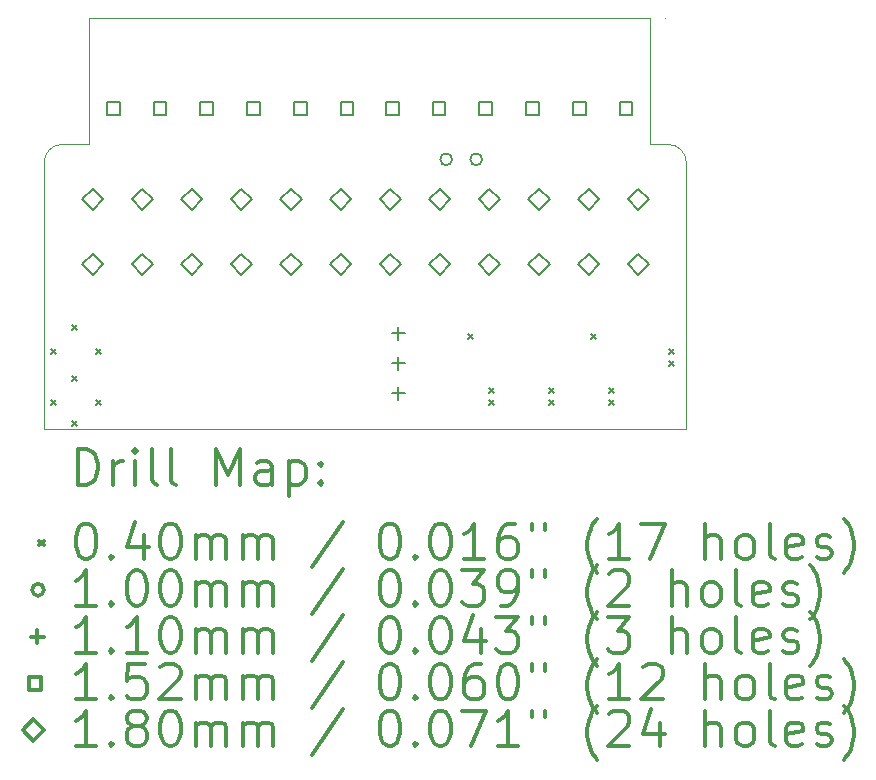
<source format=gbr>
%FSLAX45Y45*%
G04 Gerber Fmt 4.5, Leading zero omitted, Abs format (unit mm)*
G04 Created by KiCad (PCBNEW (5.1.6)-1) date 2022-02-22 09:41:35*
%MOMM*%
%LPD*%
G01*
G04 APERTURE LIST*
%TA.AperFunction,Profile*%
%ADD10C,0.050000*%
%TD*%
%ADD11C,0.200000*%
%ADD12C,0.300000*%
G04 APERTURE END LIST*
D10*
X12166600Y-9906000D02*
G75*
G02*
X12319000Y-9753600I152400J0D01*
G01*
X17449800Y-9753600D02*
G75*
G02*
X17602200Y-9906000I0J-152400D01*
G01*
X12547600Y-9753600D02*
X12319000Y-9753600D01*
X12547600Y-9753600D02*
X12547600Y-8686800D01*
X17297400Y-9753600D02*
X17297400Y-8686800D01*
X17449800Y-9753600D02*
X17297400Y-9753600D01*
X12166600Y-12166600D02*
X12166600Y-9906000D01*
X17424400Y-8686800D02*
X17424400Y-8686800D01*
X17602200Y-12166600D02*
X17602200Y-9906000D01*
X12166600Y-12166600D02*
X17602200Y-12166600D01*
X12547600Y-8686800D02*
X17297400Y-8686800D01*
D11*
X12222800Y-11486200D02*
X12262800Y-11526200D01*
X12262800Y-11486200D02*
X12222800Y-11526200D01*
X12222800Y-11918000D02*
X12262800Y-11958000D01*
X12262800Y-11918000D02*
X12222800Y-11958000D01*
X12400600Y-11283000D02*
X12440600Y-11323000D01*
X12440600Y-11283000D02*
X12400600Y-11323000D01*
X12400600Y-11714800D02*
X12440600Y-11754800D01*
X12440600Y-11714800D02*
X12400600Y-11754800D01*
X12400600Y-12095800D02*
X12440600Y-12135800D01*
X12440600Y-12095800D02*
X12400600Y-12135800D01*
X12603800Y-11486200D02*
X12643800Y-11526200D01*
X12643800Y-11486200D02*
X12603800Y-11526200D01*
X12603800Y-11918000D02*
X12643800Y-11958000D01*
X12643800Y-11918000D02*
X12603800Y-11958000D01*
X15753400Y-11359200D02*
X15793400Y-11399200D01*
X15793400Y-11359200D02*
X15753400Y-11399200D01*
X15931200Y-11816400D02*
X15971200Y-11856400D01*
X15971200Y-11816400D02*
X15931200Y-11856400D01*
X15931200Y-11918000D02*
X15971200Y-11958000D01*
X15971200Y-11918000D02*
X15931200Y-11958000D01*
X16439200Y-11816400D02*
X16479200Y-11856400D01*
X16479200Y-11816400D02*
X16439200Y-11856400D01*
X16439200Y-11918000D02*
X16479200Y-11958000D01*
X16479200Y-11918000D02*
X16439200Y-11958000D01*
X16794800Y-11359200D02*
X16834800Y-11399200D01*
X16834800Y-11359200D02*
X16794800Y-11399200D01*
X16947200Y-11816400D02*
X16987200Y-11856400D01*
X16987200Y-11816400D02*
X16947200Y-11856400D01*
X16947200Y-11918000D02*
X16987200Y-11958000D01*
X16987200Y-11918000D02*
X16947200Y-11958000D01*
X17455200Y-11486200D02*
X17495200Y-11526200D01*
X17495200Y-11486200D02*
X17455200Y-11526200D01*
X17455200Y-11587800D02*
X17495200Y-11627800D01*
X17495200Y-11587800D02*
X17455200Y-11627800D01*
X15620200Y-9880600D02*
G75*
G03*
X15620200Y-9880600I-50000J0D01*
G01*
X15874200Y-9880600D02*
G75*
G03*
X15874200Y-9880600I-50000J0D01*
G01*
X15163800Y-11298800D02*
X15163800Y-11408800D01*
X15108800Y-11353800D02*
X15218800Y-11353800D01*
X15163800Y-11552800D02*
X15163800Y-11662800D01*
X15108800Y-11607800D02*
X15218800Y-11607800D01*
X15163800Y-11806800D02*
X15163800Y-11916800D01*
X15108800Y-11861800D02*
X15218800Y-11861800D01*
X15166741Y-9502541D02*
X15166741Y-9395059D01*
X15059259Y-9395059D01*
X15059259Y-9502541D01*
X15166741Y-9502541D01*
X15562741Y-9502541D02*
X15562741Y-9395059D01*
X15455259Y-9395059D01*
X15455259Y-9502541D01*
X15562741Y-9502541D01*
X15958741Y-9502541D02*
X15958741Y-9395059D01*
X15851259Y-9395059D01*
X15851259Y-9502541D01*
X15958741Y-9502541D01*
X16354741Y-9502541D02*
X16354741Y-9395059D01*
X16247259Y-9395059D01*
X16247259Y-9502541D01*
X16354741Y-9502541D01*
X16750741Y-9502541D02*
X16750741Y-9395059D01*
X16643259Y-9395059D01*
X16643259Y-9502541D01*
X16750741Y-9502541D01*
X17146741Y-9502541D02*
X17146741Y-9395059D01*
X17039259Y-9395059D01*
X17039259Y-9502541D01*
X17146741Y-9502541D01*
X12804541Y-9502541D02*
X12804541Y-9395059D01*
X12697059Y-9395059D01*
X12697059Y-9502541D01*
X12804541Y-9502541D01*
X13200541Y-9502541D02*
X13200541Y-9395059D01*
X13093059Y-9395059D01*
X13093059Y-9502541D01*
X13200541Y-9502541D01*
X13596541Y-9502541D02*
X13596541Y-9395059D01*
X13489059Y-9395059D01*
X13489059Y-9502541D01*
X13596541Y-9502541D01*
X13992541Y-9502541D02*
X13992541Y-9395059D01*
X13885059Y-9395059D01*
X13885059Y-9502541D01*
X13992541Y-9502541D01*
X14388541Y-9502541D02*
X14388541Y-9395059D01*
X14281059Y-9395059D01*
X14281059Y-9502541D01*
X14388541Y-9502541D01*
X14784541Y-9502541D02*
X14784541Y-9395059D01*
X14677059Y-9395059D01*
X14677059Y-9502541D01*
X14784541Y-9502541D01*
X12575800Y-10309600D02*
X12665800Y-10219600D01*
X12575800Y-10129600D01*
X12485800Y-10219600D01*
X12575800Y-10309600D01*
X12575800Y-10859600D02*
X12665800Y-10769600D01*
X12575800Y-10679600D01*
X12485800Y-10769600D01*
X12575800Y-10859600D01*
X12995800Y-10309600D02*
X13085800Y-10219600D01*
X12995800Y-10129600D01*
X12905800Y-10219600D01*
X12995800Y-10309600D01*
X12995800Y-10859600D02*
X13085800Y-10769600D01*
X12995800Y-10679600D01*
X12905800Y-10769600D01*
X12995800Y-10859600D01*
X13415800Y-10309600D02*
X13505800Y-10219600D01*
X13415800Y-10129600D01*
X13325800Y-10219600D01*
X13415800Y-10309600D01*
X13415800Y-10859600D02*
X13505800Y-10769600D01*
X13415800Y-10679600D01*
X13325800Y-10769600D01*
X13415800Y-10859600D01*
X13835800Y-10309600D02*
X13925800Y-10219600D01*
X13835800Y-10129600D01*
X13745800Y-10219600D01*
X13835800Y-10309600D01*
X13835800Y-10859600D02*
X13925800Y-10769600D01*
X13835800Y-10679600D01*
X13745800Y-10769600D01*
X13835800Y-10859600D01*
X14255800Y-10309600D02*
X14345800Y-10219600D01*
X14255800Y-10129600D01*
X14165800Y-10219600D01*
X14255800Y-10309600D01*
X14255800Y-10859600D02*
X14345800Y-10769600D01*
X14255800Y-10679600D01*
X14165800Y-10769600D01*
X14255800Y-10859600D01*
X14675800Y-10309600D02*
X14765800Y-10219600D01*
X14675800Y-10129600D01*
X14585800Y-10219600D01*
X14675800Y-10309600D01*
X14675800Y-10859600D02*
X14765800Y-10769600D01*
X14675800Y-10679600D01*
X14585800Y-10769600D01*
X14675800Y-10859600D01*
X15095800Y-10309600D02*
X15185800Y-10219600D01*
X15095800Y-10129600D01*
X15005800Y-10219600D01*
X15095800Y-10309600D01*
X15095800Y-10859600D02*
X15185800Y-10769600D01*
X15095800Y-10679600D01*
X15005800Y-10769600D01*
X15095800Y-10859600D01*
X15515800Y-10309600D02*
X15605800Y-10219600D01*
X15515800Y-10129600D01*
X15425800Y-10219600D01*
X15515800Y-10309600D01*
X15515800Y-10859600D02*
X15605800Y-10769600D01*
X15515800Y-10679600D01*
X15425800Y-10769600D01*
X15515800Y-10859600D01*
X15935800Y-10309600D02*
X16025800Y-10219600D01*
X15935800Y-10129600D01*
X15845800Y-10219600D01*
X15935800Y-10309600D01*
X15935800Y-10859600D02*
X16025800Y-10769600D01*
X15935800Y-10679600D01*
X15845800Y-10769600D01*
X15935800Y-10859600D01*
X16355800Y-10309600D02*
X16445800Y-10219600D01*
X16355800Y-10129600D01*
X16265800Y-10219600D01*
X16355800Y-10309600D01*
X16355800Y-10859600D02*
X16445800Y-10769600D01*
X16355800Y-10679600D01*
X16265800Y-10769600D01*
X16355800Y-10859600D01*
X16775800Y-10309600D02*
X16865800Y-10219600D01*
X16775800Y-10129600D01*
X16685800Y-10219600D01*
X16775800Y-10309600D01*
X16775800Y-10859600D02*
X16865800Y-10769600D01*
X16775800Y-10679600D01*
X16685800Y-10769600D01*
X16775800Y-10859600D01*
X17195800Y-10309600D02*
X17285800Y-10219600D01*
X17195800Y-10129600D01*
X17105800Y-10219600D01*
X17195800Y-10309600D01*
X17195800Y-10859600D02*
X17285800Y-10769600D01*
X17195800Y-10679600D01*
X17105800Y-10769600D01*
X17195800Y-10859600D01*
D12*
X12450528Y-12634814D02*
X12450528Y-12334814D01*
X12521957Y-12334814D01*
X12564814Y-12349100D01*
X12593386Y-12377671D01*
X12607671Y-12406243D01*
X12621957Y-12463386D01*
X12621957Y-12506243D01*
X12607671Y-12563386D01*
X12593386Y-12591957D01*
X12564814Y-12620529D01*
X12521957Y-12634814D01*
X12450528Y-12634814D01*
X12750528Y-12634814D02*
X12750528Y-12434814D01*
X12750528Y-12491957D02*
X12764814Y-12463386D01*
X12779100Y-12449100D01*
X12807671Y-12434814D01*
X12836243Y-12434814D01*
X12936243Y-12634814D02*
X12936243Y-12434814D01*
X12936243Y-12334814D02*
X12921957Y-12349100D01*
X12936243Y-12363386D01*
X12950528Y-12349100D01*
X12936243Y-12334814D01*
X12936243Y-12363386D01*
X13121957Y-12634814D02*
X13093386Y-12620529D01*
X13079100Y-12591957D01*
X13079100Y-12334814D01*
X13279100Y-12634814D02*
X13250528Y-12620529D01*
X13236243Y-12591957D01*
X13236243Y-12334814D01*
X13621957Y-12634814D02*
X13621957Y-12334814D01*
X13721957Y-12549100D01*
X13821957Y-12334814D01*
X13821957Y-12634814D01*
X14093386Y-12634814D02*
X14093386Y-12477671D01*
X14079100Y-12449100D01*
X14050528Y-12434814D01*
X13993386Y-12434814D01*
X13964814Y-12449100D01*
X14093386Y-12620529D02*
X14064814Y-12634814D01*
X13993386Y-12634814D01*
X13964814Y-12620529D01*
X13950528Y-12591957D01*
X13950528Y-12563386D01*
X13964814Y-12534814D01*
X13993386Y-12520529D01*
X14064814Y-12520529D01*
X14093386Y-12506243D01*
X14236243Y-12434814D02*
X14236243Y-12734814D01*
X14236243Y-12449100D02*
X14264814Y-12434814D01*
X14321957Y-12434814D01*
X14350528Y-12449100D01*
X14364814Y-12463386D01*
X14379100Y-12491957D01*
X14379100Y-12577671D01*
X14364814Y-12606243D01*
X14350528Y-12620529D01*
X14321957Y-12634814D01*
X14264814Y-12634814D01*
X14236243Y-12620529D01*
X14507671Y-12606243D02*
X14521957Y-12620529D01*
X14507671Y-12634814D01*
X14493386Y-12620529D01*
X14507671Y-12606243D01*
X14507671Y-12634814D01*
X14507671Y-12449100D02*
X14521957Y-12463386D01*
X14507671Y-12477671D01*
X14493386Y-12463386D01*
X14507671Y-12449100D01*
X14507671Y-12477671D01*
X12124100Y-13109100D02*
X12164100Y-13149100D01*
X12164100Y-13109100D02*
X12124100Y-13149100D01*
X12507671Y-12964814D02*
X12536243Y-12964814D01*
X12564814Y-12979100D01*
X12579100Y-12993386D01*
X12593386Y-13021957D01*
X12607671Y-13079100D01*
X12607671Y-13150529D01*
X12593386Y-13207671D01*
X12579100Y-13236243D01*
X12564814Y-13250529D01*
X12536243Y-13264814D01*
X12507671Y-13264814D01*
X12479100Y-13250529D01*
X12464814Y-13236243D01*
X12450528Y-13207671D01*
X12436243Y-13150529D01*
X12436243Y-13079100D01*
X12450528Y-13021957D01*
X12464814Y-12993386D01*
X12479100Y-12979100D01*
X12507671Y-12964814D01*
X12736243Y-13236243D02*
X12750528Y-13250529D01*
X12736243Y-13264814D01*
X12721957Y-13250529D01*
X12736243Y-13236243D01*
X12736243Y-13264814D01*
X13007671Y-13064814D02*
X13007671Y-13264814D01*
X12936243Y-12950529D02*
X12864814Y-13164814D01*
X13050528Y-13164814D01*
X13221957Y-12964814D02*
X13250528Y-12964814D01*
X13279100Y-12979100D01*
X13293386Y-12993386D01*
X13307671Y-13021957D01*
X13321957Y-13079100D01*
X13321957Y-13150529D01*
X13307671Y-13207671D01*
X13293386Y-13236243D01*
X13279100Y-13250529D01*
X13250528Y-13264814D01*
X13221957Y-13264814D01*
X13193386Y-13250529D01*
X13179100Y-13236243D01*
X13164814Y-13207671D01*
X13150528Y-13150529D01*
X13150528Y-13079100D01*
X13164814Y-13021957D01*
X13179100Y-12993386D01*
X13193386Y-12979100D01*
X13221957Y-12964814D01*
X13450528Y-13264814D02*
X13450528Y-13064814D01*
X13450528Y-13093386D02*
X13464814Y-13079100D01*
X13493386Y-13064814D01*
X13536243Y-13064814D01*
X13564814Y-13079100D01*
X13579100Y-13107671D01*
X13579100Y-13264814D01*
X13579100Y-13107671D02*
X13593386Y-13079100D01*
X13621957Y-13064814D01*
X13664814Y-13064814D01*
X13693386Y-13079100D01*
X13707671Y-13107671D01*
X13707671Y-13264814D01*
X13850528Y-13264814D02*
X13850528Y-13064814D01*
X13850528Y-13093386D02*
X13864814Y-13079100D01*
X13893386Y-13064814D01*
X13936243Y-13064814D01*
X13964814Y-13079100D01*
X13979100Y-13107671D01*
X13979100Y-13264814D01*
X13979100Y-13107671D02*
X13993386Y-13079100D01*
X14021957Y-13064814D01*
X14064814Y-13064814D01*
X14093386Y-13079100D01*
X14107671Y-13107671D01*
X14107671Y-13264814D01*
X14693386Y-12950529D02*
X14436243Y-13336243D01*
X15079100Y-12964814D02*
X15107671Y-12964814D01*
X15136243Y-12979100D01*
X15150528Y-12993386D01*
X15164814Y-13021957D01*
X15179100Y-13079100D01*
X15179100Y-13150529D01*
X15164814Y-13207671D01*
X15150528Y-13236243D01*
X15136243Y-13250529D01*
X15107671Y-13264814D01*
X15079100Y-13264814D01*
X15050528Y-13250529D01*
X15036243Y-13236243D01*
X15021957Y-13207671D01*
X15007671Y-13150529D01*
X15007671Y-13079100D01*
X15021957Y-13021957D01*
X15036243Y-12993386D01*
X15050528Y-12979100D01*
X15079100Y-12964814D01*
X15307671Y-13236243D02*
X15321957Y-13250529D01*
X15307671Y-13264814D01*
X15293386Y-13250529D01*
X15307671Y-13236243D01*
X15307671Y-13264814D01*
X15507671Y-12964814D02*
X15536243Y-12964814D01*
X15564814Y-12979100D01*
X15579100Y-12993386D01*
X15593386Y-13021957D01*
X15607671Y-13079100D01*
X15607671Y-13150529D01*
X15593386Y-13207671D01*
X15579100Y-13236243D01*
X15564814Y-13250529D01*
X15536243Y-13264814D01*
X15507671Y-13264814D01*
X15479100Y-13250529D01*
X15464814Y-13236243D01*
X15450528Y-13207671D01*
X15436243Y-13150529D01*
X15436243Y-13079100D01*
X15450528Y-13021957D01*
X15464814Y-12993386D01*
X15479100Y-12979100D01*
X15507671Y-12964814D01*
X15893386Y-13264814D02*
X15721957Y-13264814D01*
X15807671Y-13264814D02*
X15807671Y-12964814D01*
X15779100Y-13007671D01*
X15750528Y-13036243D01*
X15721957Y-13050529D01*
X16150528Y-12964814D02*
X16093386Y-12964814D01*
X16064814Y-12979100D01*
X16050528Y-12993386D01*
X16021957Y-13036243D01*
X16007671Y-13093386D01*
X16007671Y-13207671D01*
X16021957Y-13236243D01*
X16036243Y-13250529D01*
X16064814Y-13264814D01*
X16121957Y-13264814D01*
X16150528Y-13250529D01*
X16164814Y-13236243D01*
X16179100Y-13207671D01*
X16179100Y-13136243D01*
X16164814Y-13107671D01*
X16150528Y-13093386D01*
X16121957Y-13079100D01*
X16064814Y-13079100D01*
X16036243Y-13093386D01*
X16021957Y-13107671D01*
X16007671Y-13136243D01*
X16293386Y-12964814D02*
X16293386Y-13021957D01*
X16407671Y-12964814D02*
X16407671Y-13021957D01*
X16850528Y-13379100D02*
X16836243Y-13364814D01*
X16807671Y-13321957D01*
X16793386Y-13293386D01*
X16779100Y-13250529D01*
X16764814Y-13179100D01*
X16764814Y-13121957D01*
X16779100Y-13050529D01*
X16793386Y-13007671D01*
X16807671Y-12979100D01*
X16836243Y-12936243D01*
X16850528Y-12921957D01*
X17121957Y-13264814D02*
X16950528Y-13264814D01*
X17036243Y-13264814D02*
X17036243Y-12964814D01*
X17007671Y-13007671D01*
X16979100Y-13036243D01*
X16950528Y-13050529D01*
X17221957Y-12964814D02*
X17421957Y-12964814D01*
X17293386Y-13264814D01*
X17764814Y-13264814D02*
X17764814Y-12964814D01*
X17893386Y-13264814D02*
X17893386Y-13107671D01*
X17879100Y-13079100D01*
X17850528Y-13064814D01*
X17807671Y-13064814D01*
X17779100Y-13079100D01*
X17764814Y-13093386D01*
X18079100Y-13264814D02*
X18050528Y-13250529D01*
X18036243Y-13236243D01*
X18021957Y-13207671D01*
X18021957Y-13121957D01*
X18036243Y-13093386D01*
X18050528Y-13079100D01*
X18079100Y-13064814D01*
X18121957Y-13064814D01*
X18150528Y-13079100D01*
X18164814Y-13093386D01*
X18179100Y-13121957D01*
X18179100Y-13207671D01*
X18164814Y-13236243D01*
X18150528Y-13250529D01*
X18121957Y-13264814D01*
X18079100Y-13264814D01*
X18350528Y-13264814D02*
X18321957Y-13250529D01*
X18307671Y-13221957D01*
X18307671Y-12964814D01*
X18579100Y-13250529D02*
X18550528Y-13264814D01*
X18493386Y-13264814D01*
X18464814Y-13250529D01*
X18450528Y-13221957D01*
X18450528Y-13107671D01*
X18464814Y-13079100D01*
X18493386Y-13064814D01*
X18550528Y-13064814D01*
X18579100Y-13079100D01*
X18593386Y-13107671D01*
X18593386Y-13136243D01*
X18450528Y-13164814D01*
X18707671Y-13250529D02*
X18736243Y-13264814D01*
X18793386Y-13264814D01*
X18821957Y-13250529D01*
X18836243Y-13221957D01*
X18836243Y-13207671D01*
X18821957Y-13179100D01*
X18793386Y-13164814D01*
X18750528Y-13164814D01*
X18721957Y-13150529D01*
X18707671Y-13121957D01*
X18707671Y-13107671D01*
X18721957Y-13079100D01*
X18750528Y-13064814D01*
X18793386Y-13064814D01*
X18821957Y-13079100D01*
X18936243Y-13379100D02*
X18950528Y-13364814D01*
X18979100Y-13321957D01*
X18993386Y-13293386D01*
X19007671Y-13250529D01*
X19021957Y-13179100D01*
X19021957Y-13121957D01*
X19007671Y-13050529D01*
X18993386Y-13007671D01*
X18979100Y-12979100D01*
X18950528Y-12936243D01*
X18936243Y-12921957D01*
X12164100Y-13525100D02*
G75*
G03*
X12164100Y-13525100I-50000J0D01*
G01*
X12607671Y-13660814D02*
X12436243Y-13660814D01*
X12521957Y-13660814D02*
X12521957Y-13360814D01*
X12493386Y-13403671D01*
X12464814Y-13432243D01*
X12436243Y-13446529D01*
X12736243Y-13632243D02*
X12750528Y-13646529D01*
X12736243Y-13660814D01*
X12721957Y-13646529D01*
X12736243Y-13632243D01*
X12736243Y-13660814D01*
X12936243Y-13360814D02*
X12964814Y-13360814D01*
X12993386Y-13375100D01*
X13007671Y-13389386D01*
X13021957Y-13417957D01*
X13036243Y-13475100D01*
X13036243Y-13546529D01*
X13021957Y-13603671D01*
X13007671Y-13632243D01*
X12993386Y-13646529D01*
X12964814Y-13660814D01*
X12936243Y-13660814D01*
X12907671Y-13646529D01*
X12893386Y-13632243D01*
X12879100Y-13603671D01*
X12864814Y-13546529D01*
X12864814Y-13475100D01*
X12879100Y-13417957D01*
X12893386Y-13389386D01*
X12907671Y-13375100D01*
X12936243Y-13360814D01*
X13221957Y-13360814D02*
X13250528Y-13360814D01*
X13279100Y-13375100D01*
X13293386Y-13389386D01*
X13307671Y-13417957D01*
X13321957Y-13475100D01*
X13321957Y-13546529D01*
X13307671Y-13603671D01*
X13293386Y-13632243D01*
X13279100Y-13646529D01*
X13250528Y-13660814D01*
X13221957Y-13660814D01*
X13193386Y-13646529D01*
X13179100Y-13632243D01*
X13164814Y-13603671D01*
X13150528Y-13546529D01*
X13150528Y-13475100D01*
X13164814Y-13417957D01*
X13179100Y-13389386D01*
X13193386Y-13375100D01*
X13221957Y-13360814D01*
X13450528Y-13660814D02*
X13450528Y-13460814D01*
X13450528Y-13489386D02*
X13464814Y-13475100D01*
X13493386Y-13460814D01*
X13536243Y-13460814D01*
X13564814Y-13475100D01*
X13579100Y-13503671D01*
X13579100Y-13660814D01*
X13579100Y-13503671D02*
X13593386Y-13475100D01*
X13621957Y-13460814D01*
X13664814Y-13460814D01*
X13693386Y-13475100D01*
X13707671Y-13503671D01*
X13707671Y-13660814D01*
X13850528Y-13660814D02*
X13850528Y-13460814D01*
X13850528Y-13489386D02*
X13864814Y-13475100D01*
X13893386Y-13460814D01*
X13936243Y-13460814D01*
X13964814Y-13475100D01*
X13979100Y-13503671D01*
X13979100Y-13660814D01*
X13979100Y-13503671D02*
X13993386Y-13475100D01*
X14021957Y-13460814D01*
X14064814Y-13460814D01*
X14093386Y-13475100D01*
X14107671Y-13503671D01*
X14107671Y-13660814D01*
X14693386Y-13346529D02*
X14436243Y-13732243D01*
X15079100Y-13360814D02*
X15107671Y-13360814D01*
X15136243Y-13375100D01*
X15150528Y-13389386D01*
X15164814Y-13417957D01*
X15179100Y-13475100D01*
X15179100Y-13546529D01*
X15164814Y-13603671D01*
X15150528Y-13632243D01*
X15136243Y-13646529D01*
X15107671Y-13660814D01*
X15079100Y-13660814D01*
X15050528Y-13646529D01*
X15036243Y-13632243D01*
X15021957Y-13603671D01*
X15007671Y-13546529D01*
X15007671Y-13475100D01*
X15021957Y-13417957D01*
X15036243Y-13389386D01*
X15050528Y-13375100D01*
X15079100Y-13360814D01*
X15307671Y-13632243D02*
X15321957Y-13646529D01*
X15307671Y-13660814D01*
X15293386Y-13646529D01*
X15307671Y-13632243D01*
X15307671Y-13660814D01*
X15507671Y-13360814D02*
X15536243Y-13360814D01*
X15564814Y-13375100D01*
X15579100Y-13389386D01*
X15593386Y-13417957D01*
X15607671Y-13475100D01*
X15607671Y-13546529D01*
X15593386Y-13603671D01*
X15579100Y-13632243D01*
X15564814Y-13646529D01*
X15536243Y-13660814D01*
X15507671Y-13660814D01*
X15479100Y-13646529D01*
X15464814Y-13632243D01*
X15450528Y-13603671D01*
X15436243Y-13546529D01*
X15436243Y-13475100D01*
X15450528Y-13417957D01*
X15464814Y-13389386D01*
X15479100Y-13375100D01*
X15507671Y-13360814D01*
X15707671Y-13360814D02*
X15893386Y-13360814D01*
X15793386Y-13475100D01*
X15836243Y-13475100D01*
X15864814Y-13489386D01*
X15879100Y-13503671D01*
X15893386Y-13532243D01*
X15893386Y-13603671D01*
X15879100Y-13632243D01*
X15864814Y-13646529D01*
X15836243Y-13660814D01*
X15750528Y-13660814D01*
X15721957Y-13646529D01*
X15707671Y-13632243D01*
X16036243Y-13660814D02*
X16093386Y-13660814D01*
X16121957Y-13646529D01*
X16136243Y-13632243D01*
X16164814Y-13589386D01*
X16179100Y-13532243D01*
X16179100Y-13417957D01*
X16164814Y-13389386D01*
X16150528Y-13375100D01*
X16121957Y-13360814D01*
X16064814Y-13360814D01*
X16036243Y-13375100D01*
X16021957Y-13389386D01*
X16007671Y-13417957D01*
X16007671Y-13489386D01*
X16021957Y-13517957D01*
X16036243Y-13532243D01*
X16064814Y-13546529D01*
X16121957Y-13546529D01*
X16150528Y-13532243D01*
X16164814Y-13517957D01*
X16179100Y-13489386D01*
X16293386Y-13360814D02*
X16293386Y-13417957D01*
X16407671Y-13360814D02*
X16407671Y-13417957D01*
X16850528Y-13775100D02*
X16836243Y-13760814D01*
X16807671Y-13717957D01*
X16793386Y-13689386D01*
X16779100Y-13646529D01*
X16764814Y-13575100D01*
X16764814Y-13517957D01*
X16779100Y-13446529D01*
X16793386Y-13403671D01*
X16807671Y-13375100D01*
X16836243Y-13332243D01*
X16850528Y-13317957D01*
X16950528Y-13389386D02*
X16964814Y-13375100D01*
X16993386Y-13360814D01*
X17064814Y-13360814D01*
X17093386Y-13375100D01*
X17107671Y-13389386D01*
X17121957Y-13417957D01*
X17121957Y-13446529D01*
X17107671Y-13489386D01*
X16936243Y-13660814D01*
X17121957Y-13660814D01*
X17479100Y-13660814D02*
X17479100Y-13360814D01*
X17607671Y-13660814D02*
X17607671Y-13503671D01*
X17593386Y-13475100D01*
X17564814Y-13460814D01*
X17521957Y-13460814D01*
X17493386Y-13475100D01*
X17479100Y-13489386D01*
X17793386Y-13660814D02*
X17764814Y-13646529D01*
X17750528Y-13632243D01*
X17736243Y-13603671D01*
X17736243Y-13517957D01*
X17750528Y-13489386D01*
X17764814Y-13475100D01*
X17793386Y-13460814D01*
X17836243Y-13460814D01*
X17864814Y-13475100D01*
X17879100Y-13489386D01*
X17893386Y-13517957D01*
X17893386Y-13603671D01*
X17879100Y-13632243D01*
X17864814Y-13646529D01*
X17836243Y-13660814D01*
X17793386Y-13660814D01*
X18064814Y-13660814D02*
X18036243Y-13646529D01*
X18021957Y-13617957D01*
X18021957Y-13360814D01*
X18293386Y-13646529D02*
X18264814Y-13660814D01*
X18207671Y-13660814D01*
X18179100Y-13646529D01*
X18164814Y-13617957D01*
X18164814Y-13503671D01*
X18179100Y-13475100D01*
X18207671Y-13460814D01*
X18264814Y-13460814D01*
X18293386Y-13475100D01*
X18307671Y-13503671D01*
X18307671Y-13532243D01*
X18164814Y-13560814D01*
X18421957Y-13646529D02*
X18450528Y-13660814D01*
X18507671Y-13660814D01*
X18536243Y-13646529D01*
X18550528Y-13617957D01*
X18550528Y-13603671D01*
X18536243Y-13575100D01*
X18507671Y-13560814D01*
X18464814Y-13560814D01*
X18436243Y-13546529D01*
X18421957Y-13517957D01*
X18421957Y-13503671D01*
X18436243Y-13475100D01*
X18464814Y-13460814D01*
X18507671Y-13460814D01*
X18536243Y-13475100D01*
X18650528Y-13775100D02*
X18664814Y-13760814D01*
X18693386Y-13717957D01*
X18707671Y-13689386D01*
X18721957Y-13646529D01*
X18736243Y-13575100D01*
X18736243Y-13517957D01*
X18721957Y-13446529D01*
X18707671Y-13403671D01*
X18693386Y-13375100D01*
X18664814Y-13332243D01*
X18650528Y-13317957D01*
X12109100Y-13866100D02*
X12109100Y-13976100D01*
X12054100Y-13921100D02*
X12164100Y-13921100D01*
X12607671Y-14056814D02*
X12436243Y-14056814D01*
X12521957Y-14056814D02*
X12521957Y-13756814D01*
X12493386Y-13799671D01*
X12464814Y-13828243D01*
X12436243Y-13842529D01*
X12736243Y-14028243D02*
X12750528Y-14042529D01*
X12736243Y-14056814D01*
X12721957Y-14042529D01*
X12736243Y-14028243D01*
X12736243Y-14056814D01*
X13036243Y-14056814D02*
X12864814Y-14056814D01*
X12950528Y-14056814D02*
X12950528Y-13756814D01*
X12921957Y-13799671D01*
X12893386Y-13828243D01*
X12864814Y-13842529D01*
X13221957Y-13756814D02*
X13250528Y-13756814D01*
X13279100Y-13771100D01*
X13293386Y-13785386D01*
X13307671Y-13813957D01*
X13321957Y-13871100D01*
X13321957Y-13942529D01*
X13307671Y-13999671D01*
X13293386Y-14028243D01*
X13279100Y-14042529D01*
X13250528Y-14056814D01*
X13221957Y-14056814D01*
X13193386Y-14042529D01*
X13179100Y-14028243D01*
X13164814Y-13999671D01*
X13150528Y-13942529D01*
X13150528Y-13871100D01*
X13164814Y-13813957D01*
X13179100Y-13785386D01*
X13193386Y-13771100D01*
X13221957Y-13756814D01*
X13450528Y-14056814D02*
X13450528Y-13856814D01*
X13450528Y-13885386D02*
X13464814Y-13871100D01*
X13493386Y-13856814D01*
X13536243Y-13856814D01*
X13564814Y-13871100D01*
X13579100Y-13899671D01*
X13579100Y-14056814D01*
X13579100Y-13899671D02*
X13593386Y-13871100D01*
X13621957Y-13856814D01*
X13664814Y-13856814D01*
X13693386Y-13871100D01*
X13707671Y-13899671D01*
X13707671Y-14056814D01*
X13850528Y-14056814D02*
X13850528Y-13856814D01*
X13850528Y-13885386D02*
X13864814Y-13871100D01*
X13893386Y-13856814D01*
X13936243Y-13856814D01*
X13964814Y-13871100D01*
X13979100Y-13899671D01*
X13979100Y-14056814D01*
X13979100Y-13899671D02*
X13993386Y-13871100D01*
X14021957Y-13856814D01*
X14064814Y-13856814D01*
X14093386Y-13871100D01*
X14107671Y-13899671D01*
X14107671Y-14056814D01*
X14693386Y-13742529D02*
X14436243Y-14128243D01*
X15079100Y-13756814D02*
X15107671Y-13756814D01*
X15136243Y-13771100D01*
X15150528Y-13785386D01*
X15164814Y-13813957D01*
X15179100Y-13871100D01*
X15179100Y-13942529D01*
X15164814Y-13999671D01*
X15150528Y-14028243D01*
X15136243Y-14042529D01*
X15107671Y-14056814D01*
X15079100Y-14056814D01*
X15050528Y-14042529D01*
X15036243Y-14028243D01*
X15021957Y-13999671D01*
X15007671Y-13942529D01*
X15007671Y-13871100D01*
X15021957Y-13813957D01*
X15036243Y-13785386D01*
X15050528Y-13771100D01*
X15079100Y-13756814D01*
X15307671Y-14028243D02*
X15321957Y-14042529D01*
X15307671Y-14056814D01*
X15293386Y-14042529D01*
X15307671Y-14028243D01*
X15307671Y-14056814D01*
X15507671Y-13756814D02*
X15536243Y-13756814D01*
X15564814Y-13771100D01*
X15579100Y-13785386D01*
X15593386Y-13813957D01*
X15607671Y-13871100D01*
X15607671Y-13942529D01*
X15593386Y-13999671D01*
X15579100Y-14028243D01*
X15564814Y-14042529D01*
X15536243Y-14056814D01*
X15507671Y-14056814D01*
X15479100Y-14042529D01*
X15464814Y-14028243D01*
X15450528Y-13999671D01*
X15436243Y-13942529D01*
X15436243Y-13871100D01*
X15450528Y-13813957D01*
X15464814Y-13785386D01*
X15479100Y-13771100D01*
X15507671Y-13756814D01*
X15864814Y-13856814D02*
X15864814Y-14056814D01*
X15793386Y-13742529D02*
X15721957Y-13956814D01*
X15907671Y-13956814D01*
X15993386Y-13756814D02*
X16179100Y-13756814D01*
X16079100Y-13871100D01*
X16121957Y-13871100D01*
X16150528Y-13885386D01*
X16164814Y-13899671D01*
X16179100Y-13928243D01*
X16179100Y-13999671D01*
X16164814Y-14028243D01*
X16150528Y-14042529D01*
X16121957Y-14056814D01*
X16036243Y-14056814D01*
X16007671Y-14042529D01*
X15993386Y-14028243D01*
X16293386Y-13756814D02*
X16293386Y-13813957D01*
X16407671Y-13756814D02*
X16407671Y-13813957D01*
X16850528Y-14171100D02*
X16836243Y-14156814D01*
X16807671Y-14113957D01*
X16793386Y-14085386D01*
X16779100Y-14042529D01*
X16764814Y-13971100D01*
X16764814Y-13913957D01*
X16779100Y-13842529D01*
X16793386Y-13799671D01*
X16807671Y-13771100D01*
X16836243Y-13728243D01*
X16850528Y-13713957D01*
X16936243Y-13756814D02*
X17121957Y-13756814D01*
X17021957Y-13871100D01*
X17064814Y-13871100D01*
X17093386Y-13885386D01*
X17107671Y-13899671D01*
X17121957Y-13928243D01*
X17121957Y-13999671D01*
X17107671Y-14028243D01*
X17093386Y-14042529D01*
X17064814Y-14056814D01*
X16979100Y-14056814D01*
X16950528Y-14042529D01*
X16936243Y-14028243D01*
X17479100Y-14056814D02*
X17479100Y-13756814D01*
X17607671Y-14056814D02*
X17607671Y-13899671D01*
X17593386Y-13871100D01*
X17564814Y-13856814D01*
X17521957Y-13856814D01*
X17493386Y-13871100D01*
X17479100Y-13885386D01*
X17793386Y-14056814D02*
X17764814Y-14042529D01*
X17750528Y-14028243D01*
X17736243Y-13999671D01*
X17736243Y-13913957D01*
X17750528Y-13885386D01*
X17764814Y-13871100D01*
X17793386Y-13856814D01*
X17836243Y-13856814D01*
X17864814Y-13871100D01*
X17879100Y-13885386D01*
X17893386Y-13913957D01*
X17893386Y-13999671D01*
X17879100Y-14028243D01*
X17864814Y-14042529D01*
X17836243Y-14056814D01*
X17793386Y-14056814D01*
X18064814Y-14056814D02*
X18036243Y-14042529D01*
X18021957Y-14013957D01*
X18021957Y-13756814D01*
X18293386Y-14042529D02*
X18264814Y-14056814D01*
X18207671Y-14056814D01*
X18179100Y-14042529D01*
X18164814Y-14013957D01*
X18164814Y-13899671D01*
X18179100Y-13871100D01*
X18207671Y-13856814D01*
X18264814Y-13856814D01*
X18293386Y-13871100D01*
X18307671Y-13899671D01*
X18307671Y-13928243D01*
X18164814Y-13956814D01*
X18421957Y-14042529D02*
X18450528Y-14056814D01*
X18507671Y-14056814D01*
X18536243Y-14042529D01*
X18550528Y-14013957D01*
X18550528Y-13999671D01*
X18536243Y-13971100D01*
X18507671Y-13956814D01*
X18464814Y-13956814D01*
X18436243Y-13942529D01*
X18421957Y-13913957D01*
X18421957Y-13899671D01*
X18436243Y-13871100D01*
X18464814Y-13856814D01*
X18507671Y-13856814D01*
X18536243Y-13871100D01*
X18650528Y-14171100D02*
X18664814Y-14156814D01*
X18693386Y-14113957D01*
X18707671Y-14085386D01*
X18721957Y-14042529D01*
X18736243Y-13971100D01*
X18736243Y-13913957D01*
X18721957Y-13842529D01*
X18707671Y-13799671D01*
X18693386Y-13771100D01*
X18664814Y-13728243D01*
X18650528Y-13713957D01*
X12141840Y-14370841D02*
X12141840Y-14263359D01*
X12034359Y-14263359D01*
X12034359Y-14370841D01*
X12141840Y-14370841D01*
X12607671Y-14452814D02*
X12436243Y-14452814D01*
X12521957Y-14452814D02*
X12521957Y-14152814D01*
X12493386Y-14195671D01*
X12464814Y-14224243D01*
X12436243Y-14238529D01*
X12736243Y-14424243D02*
X12750528Y-14438529D01*
X12736243Y-14452814D01*
X12721957Y-14438529D01*
X12736243Y-14424243D01*
X12736243Y-14452814D01*
X13021957Y-14152814D02*
X12879100Y-14152814D01*
X12864814Y-14295671D01*
X12879100Y-14281386D01*
X12907671Y-14267100D01*
X12979100Y-14267100D01*
X13007671Y-14281386D01*
X13021957Y-14295671D01*
X13036243Y-14324243D01*
X13036243Y-14395671D01*
X13021957Y-14424243D01*
X13007671Y-14438529D01*
X12979100Y-14452814D01*
X12907671Y-14452814D01*
X12879100Y-14438529D01*
X12864814Y-14424243D01*
X13150528Y-14181386D02*
X13164814Y-14167100D01*
X13193386Y-14152814D01*
X13264814Y-14152814D01*
X13293386Y-14167100D01*
X13307671Y-14181386D01*
X13321957Y-14209957D01*
X13321957Y-14238529D01*
X13307671Y-14281386D01*
X13136243Y-14452814D01*
X13321957Y-14452814D01*
X13450528Y-14452814D02*
X13450528Y-14252814D01*
X13450528Y-14281386D02*
X13464814Y-14267100D01*
X13493386Y-14252814D01*
X13536243Y-14252814D01*
X13564814Y-14267100D01*
X13579100Y-14295671D01*
X13579100Y-14452814D01*
X13579100Y-14295671D02*
X13593386Y-14267100D01*
X13621957Y-14252814D01*
X13664814Y-14252814D01*
X13693386Y-14267100D01*
X13707671Y-14295671D01*
X13707671Y-14452814D01*
X13850528Y-14452814D02*
X13850528Y-14252814D01*
X13850528Y-14281386D02*
X13864814Y-14267100D01*
X13893386Y-14252814D01*
X13936243Y-14252814D01*
X13964814Y-14267100D01*
X13979100Y-14295671D01*
X13979100Y-14452814D01*
X13979100Y-14295671D02*
X13993386Y-14267100D01*
X14021957Y-14252814D01*
X14064814Y-14252814D01*
X14093386Y-14267100D01*
X14107671Y-14295671D01*
X14107671Y-14452814D01*
X14693386Y-14138529D02*
X14436243Y-14524243D01*
X15079100Y-14152814D02*
X15107671Y-14152814D01*
X15136243Y-14167100D01*
X15150528Y-14181386D01*
X15164814Y-14209957D01*
X15179100Y-14267100D01*
X15179100Y-14338529D01*
X15164814Y-14395671D01*
X15150528Y-14424243D01*
X15136243Y-14438529D01*
X15107671Y-14452814D01*
X15079100Y-14452814D01*
X15050528Y-14438529D01*
X15036243Y-14424243D01*
X15021957Y-14395671D01*
X15007671Y-14338529D01*
X15007671Y-14267100D01*
X15021957Y-14209957D01*
X15036243Y-14181386D01*
X15050528Y-14167100D01*
X15079100Y-14152814D01*
X15307671Y-14424243D02*
X15321957Y-14438529D01*
X15307671Y-14452814D01*
X15293386Y-14438529D01*
X15307671Y-14424243D01*
X15307671Y-14452814D01*
X15507671Y-14152814D02*
X15536243Y-14152814D01*
X15564814Y-14167100D01*
X15579100Y-14181386D01*
X15593386Y-14209957D01*
X15607671Y-14267100D01*
X15607671Y-14338529D01*
X15593386Y-14395671D01*
X15579100Y-14424243D01*
X15564814Y-14438529D01*
X15536243Y-14452814D01*
X15507671Y-14452814D01*
X15479100Y-14438529D01*
X15464814Y-14424243D01*
X15450528Y-14395671D01*
X15436243Y-14338529D01*
X15436243Y-14267100D01*
X15450528Y-14209957D01*
X15464814Y-14181386D01*
X15479100Y-14167100D01*
X15507671Y-14152814D01*
X15864814Y-14152814D02*
X15807671Y-14152814D01*
X15779100Y-14167100D01*
X15764814Y-14181386D01*
X15736243Y-14224243D01*
X15721957Y-14281386D01*
X15721957Y-14395671D01*
X15736243Y-14424243D01*
X15750528Y-14438529D01*
X15779100Y-14452814D01*
X15836243Y-14452814D01*
X15864814Y-14438529D01*
X15879100Y-14424243D01*
X15893386Y-14395671D01*
X15893386Y-14324243D01*
X15879100Y-14295671D01*
X15864814Y-14281386D01*
X15836243Y-14267100D01*
X15779100Y-14267100D01*
X15750528Y-14281386D01*
X15736243Y-14295671D01*
X15721957Y-14324243D01*
X16079100Y-14152814D02*
X16107671Y-14152814D01*
X16136243Y-14167100D01*
X16150528Y-14181386D01*
X16164814Y-14209957D01*
X16179100Y-14267100D01*
X16179100Y-14338529D01*
X16164814Y-14395671D01*
X16150528Y-14424243D01*
X16136243Y-14438529D01*
X16107671Y-14452814D01*
X16079100Y-14452814D01*
X16050528Y-14438529D01*
X16036243Y-14424243D01*
X16021957Y-14395671D01*
X16007671Y-14338529D01*
X16007671Y-14267100D01*
X16021957Y-14209957D01*
X16036243Y-14181386D01*
X16050528Y-14167100D01*
X16079100Y-14152814D01*
X16293386Y-14152814D02*
X16293386Y-14209957D01*
X16407671Y-14152814D02*
X16407671Y-14209957D01*
X16850528Y-14567100D02*
X16836243Y-14552814D01*
X16807671Y-14509957D01*
X16793386Y-14481386D01*
X16779100Y-14438529D01*
X16764814Y-14367100D01*
X16764814Y-14309957D01*
X16779100Y-14238529D01*
X16793386Y-14195671D01*
X16807671Y-14167100D01*
X16836243Y-14124243D01*
X16850528Y-14109957D01*
X17121957Y-14452814D02*
X16950528Y-14452814D01*
X17036243Y-14452814D02*
X17036243Y-14152814D01*
X17007671Y-14195671D01*
X16979100Y-14224243D01*
X16950528Y-14238529D01*
X17236243Y-14181386D02*
X17250528Y-14167100D01*
X17279100Y-14152814D01*
X17350528Y-14152814D01*
X17379100Y-14167100D01*
X17393386Y-14181386D01*
X17407671Y-14209957D01*
X17407671Y-14238529D01*
X17393386Y-14281386D01*
X17221957Y-14452814D01*
X17407671Y-14452814D01*
X17764814Y-14452814D02*
X17764814Y-14152814D01*
X17893386Y-14452814D02*
X17893386Y-14295671D01*
X17879100Y-14267100D01*
X17850528Y-14252814D01*
X17807671Y-14252814D01*
X17779100Y-14267100D01*
X17764814Y-14281386D01*
X18079100Y-14452814D02*
X18050528Y-14438529D01*
X18036243Y-14424243D01*
X18021957Y-14395671D01*
X18021957Y-14309957D01*
X18036243Y-14281386D01*
X18050528Y-14267100D01*
X18079100Y-14252814D01*
X18121957Y-14252814D01*
X18150528Y-14267100D01*
X18164814Y-14281386D01*
X18179100Y-14309957D01*
X18179100Y-14395671D01*
X18164814Y-14424243D01*
X18150528Y-14438529D01*
X18121957Y-14452814D01*
X18079100Y-14452814D01*
X18350528Y-14452814D02*
X18321957Y-14438529D01*
X18307671Y-14409957D01*
X18307671Y-14152814D01*
X18579100Y-14438529D02*
X18550528Y-14452814D01*
X18493386Y-14452814D01*
X18464814Y-14438529D01*
X18450528Y-14409957D01*
X18450528Y-14295671D01*
X18464814Y-14267100D01*
X18493386Y-14252814D01*
X18550528Y-14252814D01*
X18579100Y-14267100D01*
X18593386Y-14295671D01*
X18593386Y-14324243D01*
X18450528Y-14352814D01*
X18707671Y-14438529D02*
X18736243Y-14452814D01*
X18793386Y-14452814D01*
X18821957Y-14438529D01*
X18836243Y-14409957D01*
X18836243Y-14395671D01*
X18821957Y-14367100D01*
X18793386Y-14352814D01*
X18750528Y-14352814D01*
X18721957Y-14338529D01*
X18707671Y-14309957D01*
X18707671Y-14295671D01*
X18721957Y-14267100D01*
X18750528Y-14252814D01*
X18793386Y-14252814D01*
X18821957Y-14267100D01*
X18936243Y-14567100D02*
X18950528Y-14552814D01*
X18979100Y-14509957D01*
X18993386Y-14481386D01*
X19007671Y-14438529D01*
X19021957Y-14367100D01*
X19021957Y-14309957D01*
X19007671Y-14238529D01*
X18993386Y-14195671D01*
X18979100Y-14167100D01*
X18950528Y-14124243D01*
X18936243Y-14109957D01*
X12074100Y-14803100D02*
X12164100Y-14713100D01*
X12074100Y-14623100D01*
X11984100Y-14713100D01*
X12074100Y-14803100D01*
X12607671Y-14848814D02*
X12436243Y-14848814D01*
X12521957Y-14848814D02*
X12521957Y-14548814D01*
X12493386Y-14591671D01*
X12464814Y-14620243D01*
X12436243Y-14634529D01*
X12736243Y-14820243D02*
X12750528Y-14834529D01*
X12736243Y-14848814D01*
X12721957Y-14834529D01*
X12736243Y-14820243D01*
X12736243Y-14848814D01*
X12921957Y-14677386D02*
X12893386Y-14663100D01*
X12879100Y-14648814D01*
X12864814Y-14620243D01*
X12864814Y-14605957D01*
X12879100Y-14577386D01*
X12893386Y-14563100D01*
X12921957Y-14548814D01*
X12979100Y-14548814D01*
X13007671Y-14563100D01*
X13021957Y-14577386D01*
X13036243Y-14605957D01*
X13036243Y-14620243D01*
X13021957Y-14648814D01*
X13007671Y-14663100D01*
X12979100Y-14677386D01*
X12921957Y-14677386D01*
X12893386Y-14691671D01*
X12879100Y-14705957D01*
X12864814Y-14734529D01*
X12864814Y-14791671D01*
X12879100Y-14820243D01*
X12893386Y-14834529D01*
X12921957Y-14848814D01*
X12979100Y-14848814D01*
X13007671Y-14834529D01*
X13021957Y-14820243D01*
X13036243Y-14791671D01*
X13036243Y-14734529D01*
X13021957Y-14705957D01*
X13007671Y-14691671D01*
X12979100Y-14677386D01*
X13221957Y-14548814D02*
X13250528Y-14548814D01*
X13279100Y-14563100D01*
X13293386Y-14577386D01*
X13307671Y-14605957D01*
X13321957Y-14663100D01*
X13321957Y-14734529D01*
X13307671Y-14791671D01*
X13293386Y-14820243D01*
X13279100Y-14834529D01*
X13250528Y-14848814D01*
X13221957Y-14848814D01*
X13193386Y-14834529D01*
X13179100Y-14820243D01*
X13164814Y-14791671D01*
X13150528Y-14734529D01*
X13150528Y-14663100D01*
X13164814Y-14605957D01*
X13179100Y-14577386D01*
X13193386Y-14563100D01*
X13221957Y-14548814D01*
X13450528Y-14848814D02*
X13450528Y-14648814D01*
X13450528Y-14677386D02*
X13464814Y-14663100D01*
X13493386Y-14648814D01*
X13536243Y-14648814D01*
X13564814Y-14663100D01*
X13579100Y-14691671D01*
X13579100Y-14848814D01*
X13579100Y-14691671D02*
X13593386Y-14663100D01*
X13621957Y-14648814D01*
X13664814Y-14648814D01*
X13693386Y-14663100D01*
X13707671Y-14691671D01*
X13707671Y-14848814D01*
X13850528Y-14848814D02*
X13850528Y-14648814D01*
X13850528Y-14677386D02*
X13864814Y-14663100D01*
X13893386Y-14648814D01*
X13936243Y-14648814D01*
X13964814Y-14663100D01*
X13979100Y-14691671D01*
X13979100Y-14848814D01*
X13979100Y-14691671D02*
X13993386Y-14663100D01*
X14021957Y-14648814D01*
X14064814Y-14648814D01*
X14093386Y-14663100D01*
X14107671Y-14691671D01*
X14107671Y-14848814D01*
X14693386Y-14534529D02*
X14436243Y-14920243D01*
X15079100Y-14548814D02*
X15107671Y-14548814D01*
X15136243Y-14563100D01*
X15150528Y-14577386D01*
X15164814Y-14605957D01*
X15179100Y-14663100D01*
X15179100Y-14734529D01*
X15164814Y-14791671D01*
X15150528Y-14820243D01*
X15136243Y-14834529D01*
X15107671Y-14848814D01*
X15079100Y-14848814D01*
X15050528Y-14834529D01*
X15036243Y-14820243D01*
X15021957Y-14791671D01*
X15007671Y-14734529D01*
X15007671Y-14663100D01*
X15021957Y-14605957D01*
X15036243Y-14577386D01*
X15050528Y-14563100D01*
X15079100Y-14548814D01*
X15307671Y-14820243D02*
X15321957Y-14834529D01*
X15307671Y-14848814D01*
X15293386Y-14834529D01*
X15307671Y-14820243D01*
X15307671Y-14848814D01*
X15507671Y-14548814D02*
X15536243Y-14548814D01*
X15564814Y-14563100D01*
X15579100Y-14577386D01*
X15593386Y-14605957D01*
X15607671Y-14663100D01*
X15607671Y-14734529D01*
X15593386Y-14791671D01*
X15579100Y-14820243D01*
X15564814Y-14834529D01*
X15536243Y-14848814D01*
X15507671Y-14848814D01*
X15479100Y-14834529D01*
X15464814Y-14820243D01*
X15450528Y-14791671D01*
X15436243Y-14734529D01*
X15436243Y-14663100D01*
X15450528Y-14605957D01*
X15464814Y-14577386D01*
X15479100Y-14563100D01*
X15507671Y-14548814D01*
X15707671Y-14548814D02*
X15907671Y-14548814D01*
X15779100Y-14848814D01*
X16179100Y-14848814D02*
X16007671Y-14848814D01*
X16093386Y-14848814D02*
X16093386Y-14548814D01*
X16064814Y-14591671D01*
X16036243Y-14620243D01*
X16007671Y-14634529D01*
X16293386Y-14548814D02*
X16293386Y-14605957D01*
X16407671Y-14548814D02*
X16407671Y-14605957D01*
X16850528Y-14963100D02*
X16836243Y-14948814D01*
X16807671Y-14905957D01*
X16793386Y-14877386D01*
X16779100Y-14834529D01*
X16764814Y-14763100D01*
X16764814Y-14705957D01*
X16779100Y-14634529D01*
X16793386Y-14591671D01*
X16807671Y-14563100D01*
X16836243Y-14520243D01*
X16850528Y-14505957D01*
X16950528Y-14577386D02*
X16964814Y-14563100D01*
X16993386Y-14548814D01*
X17064814Y-14548814D01*
X17093386Y-14563100D01*
X17107671Y-14577386D01*
X17121957Y-14605957D01*
X17121957Y-14634529D01*
X17107671Y-14677386D01*
X16936243Y-14848814D01*
X17121957Y-14848814D01*
X17379100Y-14648814D02*
X17379100Y-14848814D01*
X17307671Y-14534529D02*
X17236243Y-14748814D01*
X17421957Y-14748814D01*
X17764814Y-14848814D02*
X17764814Y-14548814D01*
X17893386Y-14848814D02*
X17893386Y-14691671D01*
X17879100Y-14663100D01*
X17850528Y-14648814D01*
X17807671Y-14648814D01*
X17779100Y-14663100D01*
X17764814Y-14677386D01*
X18079100Y-14848814D02*
X18050528Y-14834529D01*
X18036243Y-14820243D01*
X18021957Y-14791671D01*
X18021957Y-14705957D01*
X18036243Y-14677386D01*
X18050528Y-14663100D01*
X18079100Y-14648814D01*
X18121957Y-14648814D01*
X18150528Y-14663100D01*
X18164814Y-14677386D01*
X18179100Y-14705957D01*
X18179100Y-14791671D01*
X18164814Y-14820243D01*
X18150528Y-14834529D01*
X18121957Y-14848814D01*
X18079100Y-14848814D01*
X18350528Y-14848814D02*
X18321957Y-14834529D01*
X18307671Y-14805957D01*
X18307671Y-14548814D01*
X18579100Y-14834529D02*
X18550528Y-14848814D01*
X18493386Y-14848814D01*
X18464814Y-14834529D01*
X18450528Y-14805957D01*
X18450528Y-14691671D01*
X18464814Y-14663100D01*
X18493386Y-14648814D01*
X18550528Y-14648814D01*
X18579100Y-14663100D01*
X18593386Y-14691671D01*
X18593386Y-14720243D01*
X18450528Y-14748814D01*
X18707671Y-14834529D02*
X18736243Y-14848814D01*
X18793386Y-14848814D01*
X18821957Y-14834529D01*
X18836243Y-14805957D01*
X18836243Y-14791671D01*
X18821957Y-14763100D01*
X18793386Y-14748814D01*
X18750528Y-14748814D01*
X18721957Y-14734529D01*
X18707671Y-14705957D01*
X18707671Y-14691671D01*
X18721957Y-14663100D01*
X18750528Y-14648814D01*
X18793386Y-14648814D01*
X18821957Y-14663100D01*
X18936243Y-14963100D02*
X18950528Y-14948814D01*
X18979100Y-14905957D01*
X18993386Y-14877386D01*
X19007671Y-14834529D01*
X19021957Y-14763100D01*
X19021957Y-14705957D01*
X19007671Y-14634529D01*
X18993386Y-14591671D01*
X18979100Y-14563100D01*
X18950528Y-14520243D01*
X18936243Y-14505957D01*
M02*

</source>
